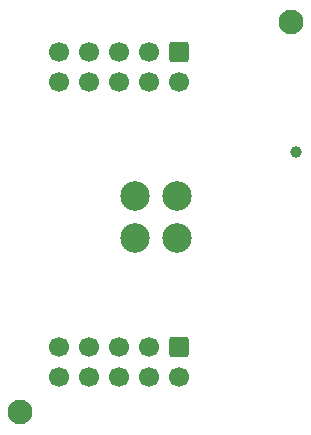
<source format=gbs>
G04 #@! TF.GenerationSoftware,KiCad,Pcbnew,6.0.10-86aedd382b~118~ubuntu20.04.1*
G04 #@! TF.CreationDate,2023-01-08T02:49:30+01:00*
G04 #@! TF.ProjectId,TempExt,54656d70-4578-4742-9e6b-696361645f70,rev?*
G04 #@! TF.SameCoordinates,Original*
G04 #@! TF.FileFunction,Soldermask,Bot*
G04 #@! TF.FilePolarity,Negative*
%FSLAX46Y46*%
G04 Gerber Fmt 4.6, Leading zero omitted, Abs format (unit mm)*
G04 Created by KiCad (PCBNEW 6.0.10-86aedd382b~118~ubuntu20.04.1) date 2023-01-08 02:49:30*
%MOMM*%
%LPD*%
G01*
G04 APERTURE LIST*
G04 Aperture macros list*
%AMRoundRect*
0 Rectangle with rounded corners*
0 $1 Rounding radius*
0 $2 $3 $4 $5 $6 $7 $8 $9 X,Y pos of 4 corners*
0 Add a 4 corners polygon primitive as box body*
4,1,4,$2,$3,$4,$5,$6,$7,$8,$9,$2,$3,0*
0 Add four circle primitives for the rounded corners*
1,1,$1+$1,$2,$3*
1,1,$1+$1,$4,$5*
1,1,$1+$1,$6,$7*
1,1,$1+$1,$8,$9*
0 Add four rect primitives between the rounded corners*
20,1,$1+$1,$2,$3,$4,$5,0*
20,1,$1+$1,$4,$5,$6,$7,0*
20,1,$1+$1,$6,$7,$8,$9,0*
20,1,$1+$1,$8,$9,$2,$3,0*%
G04 Aperture macros list end*
%ADD10C,1.000000*%
%ADD11C,2.500000*%
%ADD12RoundRect,0.250000X-0.600000X0.600000X-0.600000X-0.600000X0.600000X-0.600000X0.600000X0.600000X0*%
%ADD13C,1.700000*%
%ADD14C,2.100000*%
G04 APERTURE END LIST*
D10*
X134891106Y-106499999D03*
D11*
X121232233Y-113767767D03*
X124767767Y-113767767D03*
X124767767Y-110232233D03*
X121232233Y-110232233D03*
D12*
X125000000Y-98000000D03*
D13*
X125000000Y-100540000D03*
X122460000Y-98000000D03*
X122460000Y-100540000D03*
X119920000Y-98000000D03*
X119920000Y-100540000D03*
X117380000Y-98000000D03*
X117380000Y-100540000D03*
X114840000Y-98000000D03*
X114840000Y-100540000D03*
D14*
X111500000Y-128500000D03*
D13*
X114820000Y-125487500D03*
X114820000Y-122947500D03*
X117360000Y-125487500D03*
X117360000Y-122947500D03*
X119900000Y-125487500D03*
X119900000Y-122947500D03*
X122440000Y-125487500D03*
X122440000Y-122947500D03*
X124980000Y-125487500D03*
D12*
X124980000Y-122947500D03*
D14*
X134500000Y-95500000D03*
M02*

</source>
